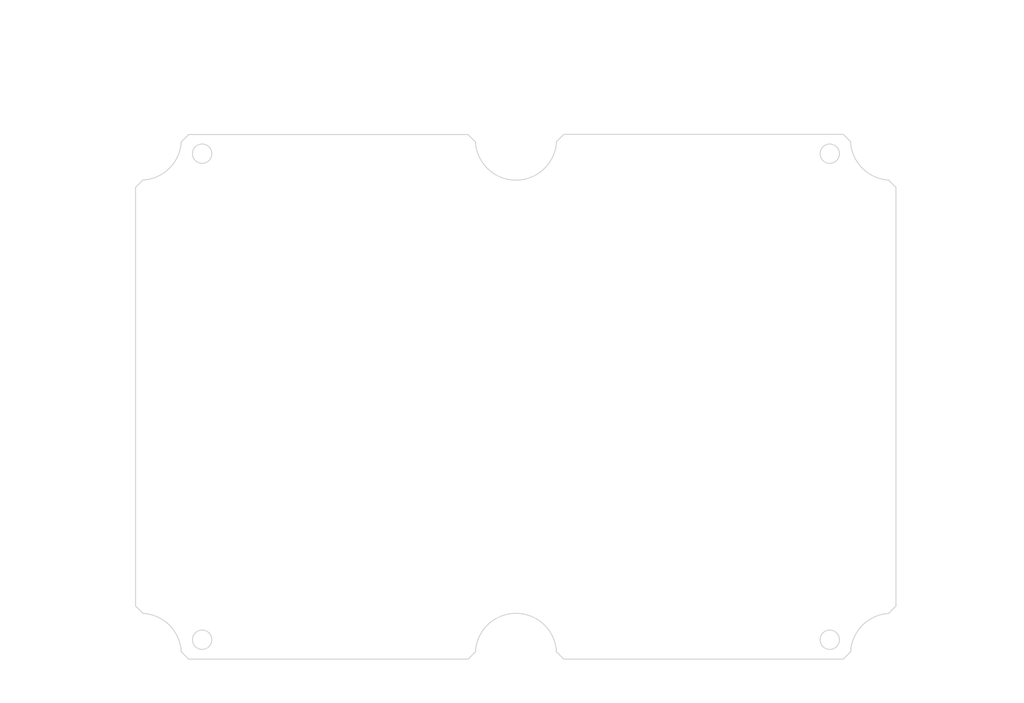
<source format=kicad_pcb>
(kicad_pcb (version 20221018) (generator pcbnew)

  (general
    (thickness 1.6)
  )

  (paper "A3")
  (layers
    (0 "F.Cu" signal)
    (31 "B.Cu" signal)
    (32 "B.Adhes" user "B.Adhesive")
    (33 "F.Adhes" user "F.Adhesive")
    (34 "B.Paste" user)
    (35 "F.Paste" user)
    (36 "B.SilkS" user "B.Silkscreen")
    (37 "F.SilkS" user "F.Silkscreen")
    (38 "B.Mask" user)
    (39 "F.Mask" user)
    (40 "Dwgs.User" user "User.Drawings")
    (41 "Cmts.User" user "User.Comments")
    (42 "Eco1.User" user "User.Eco1")
    (43 "Eco2.User" user "User.Eco2")
    (44 "Edge.Cuts" user)
    (45 "Margin" user)
    (46 "B.CrtYd" user "B.Courtyard")
    (47 "F.CrtYd" user "F.Courtyard")
    (48 "B.Fab" user)
    (49 "F.Fab" user)
  )

  (setup
    (pad_to_mask_clearance 0.051)
    (solder_mask_min_width 0.25)
    (pcbplotparams
      (layerselection 0x00010fc_ffffffff)
      (plot_on_all_layers_selection 0x0000000_00000000)
      (disableapertmacros false)
      (usegerberextensions false)
      (usegerberattributes false)
      (usegerberadvancedattributes false)
      (creategerberjobfile false)
      (dashed_line_dash_ratio 12.000000)
      (dashed_line_gap_ratio 3.000000)
      (svgprecision 4)
      (plotframeref false)
      (viasonmask false)
      (mode 1)
      (useauxorigin false)
      (hpglpennumber 1)
      (hpglpenspeed 20)
      (hpglpendiameter 15.000000)
      (dxfpolygonmode true)
      (dxfimperialunits true)
      (dxfusepcbnewfont true)
      (psnegative false)
      (psa4output false)
      (plotreference true)
      (plotvalue true)
      (plotinvisibletext false)
      (sketchpadsonfab false)
      (subtractmaskfromsilk false)
      (outputformat 1)
      (mirror false)
      (drillshape 1)
      (scaleselection 1)
      (outputdirectory "")
    )
  )

  (net 0 "")

  (gr_line (start 207.985198 96.805843) (end 207.985198 105.41311)
    (stroke (width 0.2) (type solid)) (layer "Dwgs.User") (tstamp 01b4ca68-ddbf-46ab-939d-d2c493fd8258))
  (gr_line (start 127.975064 104.85539) (end 108.97194 104.85539)
    (stroke (width 0.2) (type solid)) (layer "Dwgs.User") (tstamp 07dec185-53c0-4076-9f1b-9edeeb0b243f))
  (gr_line (start 152.091712 101.305843) (end 152.091712 103.305843)
    (stroke (width 0.2) (type solid)) (layer "Dwgs.User") (tstamp 0ca8d746-25e5-4970-8390-c883cb53324b))
  (gr_line (start 278.141902 205.618907) (end 279.430581 207.818749)
    (stroke (width 0.2) (type solid)) (layer "Dwgs.User") (tstamp 15b67599-94b3-4560-a7ed-2e4cacf686f3))
  (gr_line (start 141.485198 91.916994) (end 143.485198 91.916994)
    (stroke (width 0.2) (type solid)) (layer "Dwgs.User") (tstamp 17a95a36-b084-4cc4-9097-4b9d2a6a6723))
  (gr_line (start 141.485198 99.395843) (end 141.485198 99.215843)
    (stroke (width 0.2) (type solid)) (layer "Dwgs.User") (tstamp 17fbbdc5-5be3-4353-8512-02e1db89a672))
  (gr_line (start 137.034744 96.170785) (end 137.034744 79.174136)
    (stroke (width 0.2) (type solid)) (layer "Dwgs.User") (tstamp 1b174503-2adb-4faa-99f4-b121f3b3de4c))
  (gr_line (start 135.034744 82.349136) (end 129.387564 82.349136)
    (stroke (width 0.2) (type solid)) (layer "Dwgs.User") (tstamp 22419f53-a0e9-4f7b-b461-360828c23c9b))
  (gr_line (start 279.804063 207.486316) (end 278.141902 205.618907)
    (stroke (width 0.2) (type solid)) (layer "Dwgs.User") (tstamp 266d6e29-9531-40e1-b496-e8135fdee2c2))
  (gr_line (start 206.985198 196.712657) (end 202.28444 196.712657)
    (stroke (width 0.2) (type solid)) (layer "Dwgs.User") (tstamp 2e99279f-3a34-4cc0-9a96-da948a7cde23))
  (gr_line (start 139.034744 75.06446) (end 208.505674 75.06446)
    (stroke (width 0.2) (type solid)) (layer "Dwgs.User") (tstamp 3239a1b9-0d8f-4271-b6bc-214ea29edd99))
  (gr_line (start 141.395198 99.305843) (end 141.575198 99.305843)
    (stroke (width 0.2) (type solid)) (layer "Dwgs.User") (tstamp 3f1e6eac-e2e8-458b-93c0-8b026ab06f3d))
  (gr_line (start 112.14694 102.85539) (end 112.14694 97.253718)
    (stroke (width 0.2) (type solid)) (layer "Dwgs.User") (tstamp 3f422ea7-b711-43c1-b79c-01615f1750bd))
  (gr_line (start 275.485198 99.305843) (end 303.114732 99.305843)
    (stroke (width 0.2) (type solid)) (layer "Dwgs.User") (tstamp 41cc4874-feb4-4b4e-a3df-c668c0a3a490))
  (gr_line (start 152.091712 93.253718) (end 152.091712 89.110206)
    (stroke (width 0.2) (type solid)) (layer "Dwgs.User") (tstamp 4478c4e8-1dda-4670-ae77-4b9a0eea4c17))
  (gr_line (start 275.485198 202.305843) (end 303.114732 202.305843)
    (stroke (width 0.2) (type solid)) (layer "Dwgs.User") (tstamp 44b286f5-45b1-4777-b255-85c4232acb60))
  (gr_line (start 143.485198 83.305843) (end 195.825536 83.305843)
    (stroke (width 0.2) (type solid)) (layer "Dwgs.User") (tstamp 47802283-b639-42de-8231-f99c10d553dc))
  (gr_line (start 219.01542 88.712336) (end 221.01542 88.712336)
    (stroke (width 0.2) (type solid)) (layer "Dwgs.User") (tstamp 48804d3e-1a6b-45e6-acca-7debc1d548c7))
  (gr_line (start 205.45944 194.712657) (end 205.45944 154.370318)
    (stroke (width 0.2) (type solid)) (layer "Dwgs.User") (tstamp 4a4e5981-5553-4d40-a3f7-2fae7f62f1b5))
  (gr_line (start 285.970937 214.414694) (end 288.470937 214.414694)
    (stroke (width 0.2) (type solid)) (layer "Dwgs.User") (tstamp 52786036-efee-4fe4-98ae-9f9d00d6d5eb))
  (gr_line (start 137.622244 206.412657) (end 100.231576 206.412657)
    (stroke (width 0.2) (type solid)) (layer "Dwgs.User") (tstamp 527f95b6-8293-4412-a27e-90ef1a9c3796))
  (gr_line (start 207.985198 96.305843) (end 207.985198 96.555843)
    (stroke (width 0.2) (type solid)) (layer "Dwgs.User") (tstamp 59bfc54b-094f-4252-8139-87a0f7c2aa3f))
  (gr_line (start 127.975064 104.85539) (end 108.018205 104.85539)
    (stroke (width 0.2) (type solid)) (layer "Dwgs.User") (tstamp 5a081eca-6d5e-43e3-bf8d-cd5a41c78c7b))
  (gr_line (start 137.622244 95.253718) (end 108.97194 95.253718)
    (stroke (width 0.2) (type solid)) (layer "Dwgs.User") (tstamp 5ab47aa1-2cb3-4d4c-8246-ae16b78f610b))
  (gr_line (start 140.485198 202.305843) (end 108.018205 202.305843)
    (stroke (width 0.2) (type solid)) (layer "Dwgs.User") (tstamp 655c6e00-95ad-4f31-ab8d-bee3a6ac198a))
  (gr_line (start 299.939732 200.305843) (end 299.939732 154.363858)
    (stroke (width 0.2) (type solid)) (layer "Dwgs.User") (tstamp 658749ba-9e03-421c-b171-8f0db318ec07))
  (gr_line (start 129.387564 70.016161) (end 193.610505 70.016161)
    (stroke (width 0.2) (type solid)) (layer "Dwgs.User") (tstamp 65d87c18-e7da-4985-8464-99b71e3622e4))
  (gr_line (start 149.926647 111.685693) (end 143.766831 102.651983)
    (stroke (width 0.2) (type solid)) (layer "Dwgs.User") (tstamp 687688f7-ee10-4751-a11f-f617907792fb))
  (gr_line (start 127.387564 105.44289) (end 127.387564 79.174136)
    (stroke (width 0.2) (type solid)) (layer "Dwgs.User") (tstamp 6982bc5f-cea4-41f9-9da9-b55e36e20f6d))
  (gr_line (start 205.45944 106.91311) (end 205.45944 147.255448)
    (stroke (width 0.2) (type solid)) (layer "Dwgs.User") (tstamp 69f8ed04-a5da-489f-9c14-7ca6a6c26f15))
  (gr_line (start 112.14694 90.518852) (end 114.14694 90.518852)
    (stroke (width 0.2) (type solid)) (layer "Dwgs.User") (tstamp 739810af-8fd6-4f43-82c4-941c68d41ea6))
  (gr_line (start 207.985198 96.305843) (end 207.735198 96.305843)
    (stroke (width 0.2) (type solid)) (layer "Dwgs.User") (tstamp 7ab688fe-3eae-4ae0-a27e-8e4b23256a34))
  (gr_line (start 208.985198 96.305843) (end 222.19042 96.305843)
    (stroke (width 0.2) (type solid)) (layer "Dwgs.User") (tstamp 7b1f6c25-0109-45e1-940d-c5de19d87644))
  (gr_line (start 286.504005 70.016161) (end 203.008936 70.016161)
    (stroke (width 0.2) (type solid)) (layer "Dwgs.User") (tstamp 7b472799-174a-4f2d-84e6-9839894c538c))
  (gr_line (start 127.387564 105.44289) (end 127.387564 88.741994)
    (stroke (width 0.2) (type solid)) (layer "Dwgs.User") (tstamp 7b9f3e7f-9ccb-4ee4-bc4c-2095bb4f5096))
  (gr_line (start 206.985198 104.91311) (end 202.28444 104.91311)
    (stroke (width 0.2) (type solid)) (layer "Dwgs.User") (tstamp 8096bf8e-9a10-49b0-aabd-a33068d95ce5))
  (gr_line (start 279.430572 207.81875) (end 280.177547 207.153886)
    (stroke (width 0.2) (type solid)) (layer "Dwgs.User") (tstamp 80f02c1c-e66d-437b-b1b4-1dfc984edc03))
  (gr_line (start 142.485198 99.305843) (end 155.266712 99.305843)
    (stroke (width 0.2) (type solid)) (layer "Dwgs.User") (tstamp 8333d37d-50d6-4f6a-9619-a3f537b898e7))
  (gr_line (start 219.677114 107.227234) (end 217.677114 107.227234)
    (stroke (width 0.2) (type solid)) (layer "Dwgs.User") (tstamp 8784bbef-acc7-4d77-9a8b-35c3b2c7da1a))
  (gr_line (start 137.034744 96.170785) (end 137.034744 71.88946)
    (stroke (width 0.2) (type solid)) (layer "Dwgs.User") (tstamp 89b13be9-4f07-4207-b217-49cf9c17d30a))
  (gr_line (start 279.430581 207.818749) (end 280.177545 207.153884)
    (stroke (width 0.2) (type solid)) (layer "Dwgs.User") (tstamp 8d094ca5-8ad3-47e7-801b-b6005b6e2f98))
  (gr_line (start 219.01542 98.305843) (end 219.01542 100.305843)
    (stroke (width 0.2) (type solid)) (layer "Dwgs.User") (tstamp 90b5dcc5-f9bc-49e2-ad22-d5c7ff2a33c0))
  (gr_line (start 272.485198 83.305843) (end 205.235564 83.305843)
    (stroke (width 0.2) (type solid)) (layer "Dwgs.User") (tstamp 9339a7fa-9ebb-406b-a401-0ee7e82919ef))
  (gr_line (start 219.01542 93.19903) (end 219.01542 88.712336)
    (stroke (width 0.2) (type solid)) (layer "Dwgs.User") (tstamp 96c8e005-5822-4b14-84f1-11d47ebead2a))
  (gr_line (start 151.926647 111.685693) (end 149.926647 111.685693)
    (stroke (width 0.2) (type solid)) (layer "Dwgs.User") (tstamp 9923a07b-e162-49f5-b88f-faef1ad36e60))
  (gr_line (start 280.177545 207.153884) (end 278.141902 205.618907)
    (stroke (width 0.2) (type solid)) (layer "Dwgs.User") (tstamp 9ae4d348-e4a5-4c99-9ebd-88348fc0df91))
  (gr_line (start 141.485198 98.305843) (end 141.485198 88.741994)
    (stroke (width 0.2) (type solid)) (layer "Dwgs.User") (tstamp 9ec1cc23-c76a-43e6-971c-bb7e26a25560))
  (gr_line (start 152.091712 89.110206) (end 154.091712 89.110206)
    (stroke (width 0.2) (type solid)) (layer "Dwgs.User") (tstamp a21fab84-24a9-4434-ae6d-49bd8af56a1c))
  (gr_line (start 207.985198 96.305843) (end 208.235198 96.305843)
    (stroke (width 0.2) (type solid)) (layer "Dwgs.User") (tstamp a53239ee-d881-4bb9-b176-75576ff78c31))
  (gr_line (start 276.920354 75.06446) (end 217.924978 75.06446)
    (stroke (width 0.2) (type solid)) (layer "Dwgs.User") (tstamp a70a88e7-b38c-49f9-ab0c-54a569a231d5))
  (gr_line (start 274.485198 98.305843) (end 274.485198 80.130843)
    (stroke (width 0.2) (type solid)) (layer "Dwgs.User") (tstamp abffb5c4-ca5a-4d4f-b51f-d300bb0e808a))
  (gr_line (start 217.677114 107.227234) (end 215.025792 104.239577)
    (stroke (width 0.2) (type solid)) (layer "Dwgs.User") (tstamp af42b264-bf22-4174-8dfa-543a4a370cf4))
  (gr_line (start 129.387564 91.916994) (end 139.485198 91.916994)
    (stroke (width 0.2) (type solid)) (layer "Dwgs.User") (tstamp bacd1577-a685-413a-8e01-6d35a4cceab7))
  (gr_line (start 112.14694 95.253718) (end 112.14694 90.518852)
    (stroke (width 0.2) (type solid)) (layer "Dwgs.User") (tstamp c07af44b-3557-487a-8dc2-1d2cd689244f))
  (gr_line (start 278.920354 95.78653) (end 278.920354 71.88946)
    (stroke (width 0.2) (type solid)) (layer "Dwgs.User") (tstamp c2bd1d54-7434-4a3d-9fda-bb64b4011126))
  (gr_line (start 207.985198 96.305843) (end 207.985198 96.055843)
    (stroke (width 0.2) (type solid)) (layer "Dwgs.User") (tstamp c584e172-0c58-440f-a72c-73a4a469c087))
  (gr_line (start 137.622244 95.253718) (end 100.231576 95.253718)
    (stroke (width 0.2) (type solid)) (layer "Dwgs.User") (tstamp c8702239-6840-4b2b-ab3a-546c26fbd40d))
  (gr_line (start 127.387564 105.44289) (end 127.387564 66.841161)
    (stroke (width 0.2) (type solid)) (layer "Dwgs.User") (tstamp cc07ea92-a9ea-4f29-bb1b-c23403a5c3e7))
  (gr_line (start 111.193205 106.85539) (end 111.193205 154.063661)
    (stroke (width 0.2) (type solid)) (layer "Dwgs.User") (tstamp cc7d1db0-8355-4765-8f72-459983f3f8a0))
  (gr_line (start 280.177547 207.153886) (end 278.14191 205.618904)
    (stroke (width 0.2) (type solid)) (layer "Dwgs.User") (tstamp d1efedd4-97f8-485e-bd4b-0e9a9456bd0c))
  (gr_line (start 278.14191 205.618904) (end 279.430572 207.81875)
    (stroke (width 0.2) (type solid)) (layer "Dwgs.User") (tstamp d37672d6-3199-4ff3-86de-2577022547dd))
  (gr_line (start 141.485198 98.305843) (end 141.485198 80.130843)
    (stroke (width 0.2) (type solid)) (layer "Dwgs.User") (tstamp d558b41f-1793-41f3-9e76-9ef5ec19f56d))
  (gr_line (start 127.387564 82.349136) (end 125.387564 82.349136)
    (stroke (width 0.2) (type solid)) (layer "Dwgs.User") (tstamp d9a0f477-9742-4281-864b-7082145a3e9c))
  (gr_line (start 290.699665 208.165384) (end 282.559091 200.923654)
    (stroke (width 0.2) (type solid)) (layer "Dwgs.User") (tstamp e64c8789-8951-4da0-a9d9-72929ca13c77))
  (gr_line (start 279.804063 207.486316) (end 285.970937 214.414694)
    (stroke (width 0.2) (type solid)) (layer "Dwgs.User") (tstamp f2798578-0453-49bd-86cf-093a8534df6e))
  (gr_line (start 111.193205 200.305843) (end 111.193205 161.178532)
    (stroke (width 0.2) (type solid)) (layer "Dwgs.User") (tstamp f5b3e9b2-788f-49b1-bf90-e57f60903851))
  (gr_line (start 299.939732 101.305843) (end 299.939732 147.247828)
    (stroke (width 0.2) (type solid)) (layer "Dwgs.User") (tstamp f6c65998-6102-49a5-a70f-ee4992f2e4e1))
  (gr_line (start 292.699665 208.165384) (end 290.699665 208.165384)
    (stroke (width 0.2) (type solid)) (layer "Dwgs.User") (tstamp fa31e321-0e2d-418c-b07d-b90373a050a9))
  (gr_line (start 103.406576 97.253718) (end 103.406576 147.275752)
    (stroke (width 0.2) (type solid)) (layer "Dwgs.User") (tstamp fb30269b-7ac6-4585-908a-cb279c2ac617))
  (gr_line (start 288.504005 105.458189) (end 288.504005 66.841161)
    (stroke (width 0.2) (type solid)) (layer "Dwgs.User") (tstamp fbe0fc3b-3b36-4526-99a0-e9365034d24c))
  (gr_line (start 103.406576 204.412657) (end 103.406576 154.390622)
    (stroke (width 0.2) (type solid)) (layer "Dwgs.User") (tstamp fbe9360a-7aa8-46f9-bba1-482f5d348d68))
  (gr_line (start 138.622244 206.412657) (end 197.848151 206.412657)
    (stroke (width 0.2) (type solid)) (layer "Edge.Cuts") (tstamp 00673108-c4a9-4788-ac63-7929b86296d8))
  (gr_line (start 129.350128 104.85539) (end 128.975064 104.85539)
    (stroke (width 0.2) (type solid)) (layer "Edge.Cuts") (tstamp 01720c87-9c85-4743-90a6-6c908f4e5516))
  (gr_line (start 127.387564 106.44289) (end 127.387564 195.168796)
    (stroke (width 0.2) (type solid)) (layer "Edge.Cuts") (tstamp 052b07ab-e584-4364-9f5a-a8ffaa122512))
  (gr_circle (center 274.485198 99.305843) (end 276.535198 99.305843)
    (stroke (width 0.2) (type solid)) (fill none) (layer "Edge.Cuts") (tstamp 1203d9b2-c4cc-45a4-ae91-6d6d1e1a7faf))
  (gr_line (start 216.548825 96.78653) (end 216.548825 97.171483)
    (stroke (width 0.2) (type solid)) (layer "Edge.Cuts") (tstamp 15704ec0-0ff9-4567-a77f-2febeb21eb99))
  (gr_arc (start 199.435651 204.440913) (mid 207.985198 196.712656) (end 216.534745 204.440914)
    (stroke (width 0.2) (type solid)) (layer "Edge.Cuts") (tstamp 15f28126-6964-4efe-942f-635bdf306986))
  (gr_line (start 128.975064 104.85539) (end 127.387564 106.44289)
    (stroke (width 0.2) (type solid)) (layer "Edge.Cuts") (tstamp 16ae340d-a47c-4dcf-b49b-035d1ea4c3aa))
  (gr_line (start 137.034744 96.841218) (end 137.034744 97.170785)
    (stroke (width 0.2) (type solid)) (layer "Edge.Cuts") (tstamp 1fb5d6cc-a28b-487e-bad9-2486ea6db93c))
  (gr_circle (center 274.485198 202.305843) (end 276.535198 202.305843)
    (stroke (width 0.2) (type solid)) (fill none) (layer "Edge.Cuts") (tstamp 38548c4d-e5d3-40b2-9222-e11311e8f2b0))
  (gr_circle (center 141.485198 202.305843) (end 143.535198 202.305843)
    (stroke (width 0.2) (type solid)) (fill none) (layer "Edge.Cuts") (tstamp 3ac69958-034c-464b-af23-982e2ee1a557))
  (gr_line (start 197.848151 206.412657) (end 199.435651 204.825157)
    (stroke (width 0.2) (type solid)) (layer "Edge.Cuts") (tstamp 46e67011-1682-49c0-aa0d-9ae149b81fd0))
  (gr_line (start 127.387564 195.168796) (end 128.975064 196.756296)
    (stroke (width 0.2) (type solid)) (layer "Edge.Cuts") (tstamp 49305f40-a0d0-41f8-8f3b-61856122d584))
  (gr_line (start 137.034744 204.825157) (end 138.622244 206.412657)
    (stroke (width 0.2) (type solid)) (layer "Edge.Cuts") (tstamp 5382666b-f24c-4f73-b3bf-aef239acc932))
  (gr_line (start 277.332854 95.19903) (end 218.136325 95.19903)
    (stroke (width 0.2) (type solid)) (layer "Edge.Cuts") (tstamp 5e988867-9938-4ab8-94ee-5e87a70b88de))
  (gr_line (start 137.034744 204.440901) (end 137.034744 204.825157)
    (stroke (width 0.2) (type solid)) (layer "Edge.Cuts") (tstamp 65050568-feae-45cf-ab1c-a28a4226f402))
  (gr_arc (start 216.548825 97.171482) (mid 207.985198 104.91311) (end 199.421571 97.171483)
    (stroke (width 0.2) (type solid)) (layer "Edge.Cuts") (tstamp 699e213a-c1f9-4dbf-a71c-cd4e3f4dcf2c))
  (gr_line (start 278.920354 96.78653) (end 277.332854 95.19903)
    (stroke (width 0.2) (type solid)) (layer "Edge.Cuts") (tstamp 6aa69f26-7899-4181-ba53-b3531f2beddd))
  (gr_line (start 138.622244 95.253718) (end 137.034744 96.841218)
    (stroke (width 0.2) (type solid)) (layer "Edge.Cuts") (tstamp 784e380a-b469-4d77-a499-f897003036ec))
  (gr_circle (center 141.485198 99.305843) (end 143.535198 99.305843)
    (stroke (width 0.2) (type solid)) (fill none) (layer "Edge.Cuts") (tstamp 885e805d-ab58-475b-955b-c81d60f3c2b5))
  (gr_line (start 278.935652 204.825157) (end 278.935652 204.440901)
    (stroke (width 0.2) (type solid)) (layer "Edge.Cuts") (tstamp 8aaeb104-a536-4086-90ca-f33e61eb374b))
  (gr_line (start 128.975064 196.756296) (end 129.350128 196.756296)
    (stroke (width 0.2) (type solid)) (layer "Edge.Cuts") (tstamp 8e1690d9-ee03-40c9-a194-ea9752e199e1))
  (gr_line (start 199.421571 96.841218) (end 197.834071 95.253718)
    (stroke (width 0.2) (type solid)) (layer "Edge.Cuts") (tstamp 8fcad4f0-62a7-4fdb-82fd-71fe7caf3e4a))
  (gr_line (start 216.534745 204.440914) (end 216.534745 204.825157)
    (stroke (width 0.2) (type solid)) (layer "Edge.Cuts") (tstamp 9a3dfcd3-b629-47f2-b8ea-3ffc0f4e8ccd))
  (gr_line (start 216.534745 204.825157) (end 218.122245 206.412657)
    (stroke (width 0.2) (type solid)) (layer "Edge.Cuts") (tstamp 9d6d319d-6ce7-442f-b095-a892bb1fe6c5))
  (gr_line (start 277.348152 206.412657) (end 278.935652 204.825157)
    (stroke (width 0.2) (type solid)) (layer "Edge.Cuts") (tstamp a299a42e-bc5f-47e1-9fea-41865fece83c))
  (gr_line (start 288.504005 106.458189) (end 286.916505 104.870689)
    (stroke (width 0.2) (type solid)) (layer "Edge.Cuts") (tstamp a6631b88-364b-432a-97d5-8fc324d717f8))
  (gr_arc (start 286.619497 104.870688) (mid 281.398085 102.392965) (end 278.920354 97.171557)
    (stroke (width 0.2) (type solid)) (layer "Edge.Cuts") (tstamp b4469a7b-ec3a-4581-8564-69ce777534ff))
  (gr_line (start 199.421571 97.171483) (end 199.421571 96.841218)
    (stroke (width 0.2) (type solid)) (layer "Edge.Cuts") (tstamp b5d879e5-d6fa-41c3-80ee-a9df51b8fdf8))
  (gr_line (start 286.620268 196.756296) (end 286.916505 196.756296)
    (stroke (width 0.2) (type solid)) (layer "Edge.Cuts") (tstamp b618988c-bd8c-43c5-bde2-62e9b38da3f2))
  (gr_line (start 288.504005 195.168796) (end 288.504005 106.458189)
    (stroke (width 0.2) (type solid)) (layer "Edge.Cuts") (tstamp c519da66-b773-4bf1-9d4d-2dea8e606715))
  (gr_arc (start 129.350128 196.756296) (mid 134.561494 199.229538) (end 137.034744 204.440901)
    (stroke (width 0.2) (type solid)) (layer "Edge.Cuts") (tstamp c5bc4950-b3a2-4b14-bbfe-b2f0b241142e))
  (gr_line (start 286.916505 104.870689) (end 286.619497 104.870689)
    (stroke (width 0.2) (type solid)) (layer "Edge.Cuts") (tstamp c820966f-cfc4-47b7-b84b-e3ff102180aa))
  (gr_line (start 218.136325 95.19903) (end 216.548825 96.78653)
    (stroke (width 0.2) (type solid)) (layer "Edge.Cuts") (tstamp cc02d223-9d1e-4636-bf60-305458c9214c))
  (gr_line (start 286.916505 196.756296) (end 288.504005 195.168796)
    (stroke (width 0.2) (type solid)) (layer "Edge.Cuts") (tstamp da41244f-3918-44db-8293-f87dcce87b79))
  (gr_line (start 278.920354 97.171557) (end 278.920354 96.78653)
    (stroke (width 0.2) (type solid)) (layer "Edge.Cuts") (tstamp e1705880-f32b-482c-b9ac-2fe499da3667))
  (gr_line (start 218.122245 206.412657) (end 277.348152 206.412657)
    (stroke (width 0.2) (type solid)) (layer "Edge.Cuts") (tstamp e1c77a37-edf8-42d9-a6b8-6559dcee75e2))
  (gr_arc (start 278.935652 204.440902) (mid 281.408901 199.229538) (end 286.620268 196.756296)
    (stroke (width 0.2) (type solid)) (layer "Edge.Cuts") (tstamp e1e1ec3f-1076-479f-9e18-897002a65e38))
  (gr_line (start 199.435651 204.825157) (end 199.435651 204.440914)
    (stroke (width 0.2) (type solid)) (layer "Edge.Cuts") (tstamp e47fad25-b746-4d80-a2e2-45769514d6ab))
  (gr_arc (start 137.034744 97.170784) (mid 134.561495 102.382148) (end 129.350128 104.85539)
    (stroke (width 0.2) (type solid)) (layer "Edge.Cuts") (tstamp fa935bf2-6e9e-4eec-8af9-99457d48f692))
  (gr_line (start 197.834071 95.253718) (end 138.622244 95.253718)
    (stroke (width 0.2) (type solid)) (layer "Edge.Cuts") (tstamp fe0450ea-1e03-4dc2-89e2-a995b0990d7f))
  (gr_text "[3.61]" (at 205.45944 152.702344) (layer "Dwgs.User") (tstamp 01467079-dec1-4c6c-af98-6f16f9eb9921)
    (effects (font (size 1.7 1.53) (thickness 0.2125)))
  )
  (gr_text "1.59 X 45.0° Chamfer" (at 289.541578 215.293848) (layer "Dwgs.User") (tstamp 3066ac23-52b3-4bb1-98ae-16a170c6735d)
    (effects (font (size 1.7 1.53) (thickness 0.2125)) (justify left bottom))
  )
  (gr_text "[4.06]" (at 299.939732 152.695304) (layer "Dwgs.User") (tstamp 324aa698-f5df-4947-b75c-f803f6d11385)
    (effects (font (size 1.7 1.53) (thickness 0.2125)))
  )
  (gr_text "[6.34]" (at 198.30972 71.905622) (layer "Dwgs.User") (tstamp 39504aad-cf11-4320-ba4f-b9797d254dfd)
    (effects (font (size 1.7 1.53) (thickness 0.2125)))
  )
  (gr_text "[5.59]" (at 213.215326 76.953921) (layer "Dwgs.User") (tstamp 3b8b40a7-d759-4652-aced-89cc4a87ee55)
    (effects (font (size 1.7 1.53) (thickness 0.2125)))
  )
  (gr_text "[R0.34]" (at 297.170436 210.054845) (layer "Dwgs.User") (tstamp 45072d2b-8c2e-49b3-8590-2c2048a2f8a8)
    (effects (font (size 1.7 1.53) (thickness 0.2125)))
  )
  (gr_text "[5.24]" (at 200.53055 85.195304) (layer "Dwgs.User") (tstamp 457e8f2e-41d2-4af9-943c-e0b121f34c4f)
    (effects (font (size 1.7 1.53) (thickness 0.2125)))
  )
  (gr_text " 14.10" (at 147.529809 90.24902) (layer "Dwgs.User") (tstamp 48caf0a0-86e8-412d-b3d3-0e346cec001f)
    (effects (font (size 1.7 1.53) (thickness 0.2125)))
  )
  (gr_text "[R0.34]" (at 224.147885 109.116695) (layer "Dwgs.User") (tstamp 500d0a8f-9a6f-4161-8c4e-cb844a7f4b75)
    (effects (font (size 1.7 1.53) (thickness 0.2125)))
  )
  (gr_text " R8.59" (at 297.170436 206.49741) (layer "Dwgs.User") (tstamp 62e45e4a-672c-4c15-b9fb-4020a0046ec0)
    (effects (font (size 1.7 1.53) (thickness 0.2125)))
  )
  (gr_text "[.16]" (at 157.485198 90.999667) (layer "Dwgs.User") (tstamp 69a336fe-3089-4e2c-8246-6713eb1e084e)
    (effects (font (size 1.7 1.53) (thickness 0.2125)))
  )
  (gr_text " 1.11" (at 224.238441 87.058857) (layer "Dwgs.User") (tstamp 70a15d92-4618-4878-9de1-baba82967be9)
    (effects (font (size 1.7 1.53) (thickness 0.2125)))
  )
  (gr_text " R8.61" (at 224.147885 105.55926) (layer "Dwgs.User") (tstamp 75ccc3a2-a0b4-4cde-ac2b-3a52d1367606)
    (effects (font (size 1.7 1.53) (thickness 0.2125)))
  )
  (gr_text "[.38]" (at 117.531149 92.408313) (layer "Dwgs.User") (tstamp 80761aa6-6a89-41d0-8238-8c0465f8d3ad)
    (effects (font (size 1.7 1.53) (thickness 0.2125)))
  )
  (gr_text "[.04]" (at 224.238441 90.601797) (layer "Dwgs.User") (tstamp 8c9818f1-259c-4512-8ad7-20a9e04e9cc5)
    (effects (font (size 1.7 1.53) (thickness 0.2125)))
  )
  (gr_text " 97.45" (at 111.193205 155.953122) (layer "Dwgs.User") (tstamp 8d21c996-9f52-418c-ae37-17b90dee2117)
    (effects (font (size 1.7 1.53) (thickness 0.2125)))
  )
  (gr_text "[3.84]" (at 111.193205 159.510558) (layer "Dwgs.User") (tstamp 9640de1b-15b8-4284-88d5-0094eed9d8b3)
    (effects (font (size 1.7 1.53) (thickness 0.2125)))
  )
  (gr_text " 161.12" (at 198.30972 68.348187) (layer "Dwgs.User") (tstamp 977dc7c0-d3ed-4eac-83c5-0e790bdf6065)
    (effects (font (size 1.7 1.53) (thickness 0.2125)))
  )
  (gr_text "[.56]" (at 147.529809 93.806455) (layer "Dwgs.User") (tstamp b13cebd9-99e2-4aad-9328-2b778b4509df)
    (effects (font (size 1.7 1.53) (thickness 0.2125)))
  )
  (gr_text " 103.00" (at 299.939732 149.137289) (layer "Dwgs.User") (tstamp bedd7d01-7d52-4f3d-9daf-52df812a6d8b)
    (effects (font (size 1.7 1.53) (thickness 0.2125)))
  )
  (gr_text " 91.80" (at 205.45944 149.144909) (layer "Dwgs.User") (tstamp c7d4e343-4d30-4d71-b183-3cc18b296eee)
    (effects (font (size 1.7 1.53) (thickness 0.2125)))
  )
  (gr_text " 9.60" (at 117.531149 88.850877) (layer "Dwgs.User") (tstamp cec3b331-16a6-41f7-b1c3-9243fa35a6c7)
    (effects (font (size 1.7 1.53) (thickness 0.2125)))
  )
  (gr_text "[4.38]" (at 103.406576 152.722648) (layer "Dwgs.User") (tstamp cf3cf538-b909-40c5-a0af-57e053989a7c)
    (effects (font (size 1.7 1.53) (thickness 0.2125)))
  )
  (gr_text " 133.00" (at 200.53055 81.637289) (layer "Dwgs.User") (tstamp dd5f512b-8f32-4fd5-9a5e-7b03c125e717)
    (effects (font (size 1.7 1.53) (thickness 0.2125)))
  )
  (gr_text " 111.16" (at 103.406576 149.165213) (layer "Dwgs.User") (tstamp ddac64f2-b7e2-4a86-b434-447655b0982c)
    (effects (font (size 1.7 1.53) (thickness 0.2125)))
  )
  (gr_text " 9.65" (at 121.994078 80.681162) (layer "Dwgs.User") (tstamp ddb11821-6043-438b-9070-ec168c32fdf1)
    (effects (font (size 1.7 1.53) (thickness 0.2125)))
  )
  (gr_text " ∅4.10\n[∅0.16]" (at 156.463516 111.685693) (layer "Dwgs.User") (tstamp e24d772c-a0dd-46c0-a2f3-6d7a3d9f138b)
    (effects (font (size 1.7 1.53) (thickness 0.2125)))
  )
  (gr_text "[.38]" (at 121.994078 84.238597) (layer "Dwgs.User") (tstamp e4749e93-928a-4f8a-8584-d274f1f78ebd)
    (effects (font (size 1.7 1.53) (thickness 0.2125)))
  )
  (gr_text " 141.89" (at 213.215326 73.396486) (layer "Dwgs.User") (tstamp ea6a3e27-179c-46f6-8b76-4d9dff8e7b15)
    (effects (font (size 1.7 1.53) (thickness 0.2125)))
  )
  (gr_text " 4.05" (at 157.485198 87.442232) (layer "Dwgs.User") (tstamp eb13c9b4-5765-427c-857e-e8a9ba2cf42d)
    (effects (font (size 1.7 1.53) (thickness 0.2125)))
  )

)

</source>
